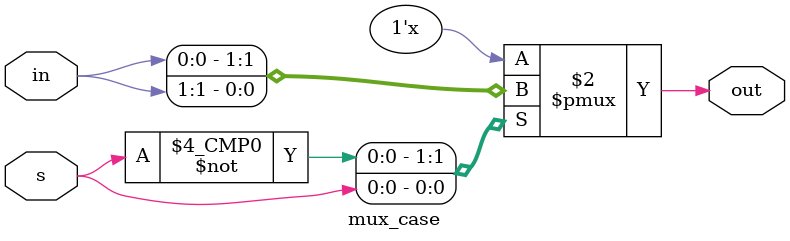
<source format=v>
module mux_8_1(o, i, s);
    output o;             // Output of the 8-to-1 multiplexer
    input [7:0] i;        // 8 input lines
    input [2:0] s;        // 3 select lines

    wire [3:0] k1;        // Intermediate wires for level 1
    wire [1:0] k2;        // Intermediate wires for level 2

    // first level
    mux_case mux1(k1[0], i[1:0], s[0]);
    mux_case mux2(k1[1], i[3:2], s[0]);
    mux_case mux3(k1[2], i[5:4], s[0]);
    mux_case mux4(k1[3], i[7:6], s[0]);

    // second level
    mux_case mux5(k2[0], k1[1:0], s[1]);
    mux_case mux6(k2[1], k1[3:2], s[1]);

    // third level
    mux_case mux7(o, k2[1:0], s[2]);
endmodule

// Definition of 2-to-1 multiplexer module
module mux_case(out, in, s);
    output reg out;       // Single output
    input [1:0] in;      // 2 inputs
    input s;             // Select line

    always @(*) begin
        case (s)
            1'b0: out = in[0];
            1'b1: out = in[1];
            default: out = 1'bx; // Safety fallback
        endcase
    end
endmodule

</source>
